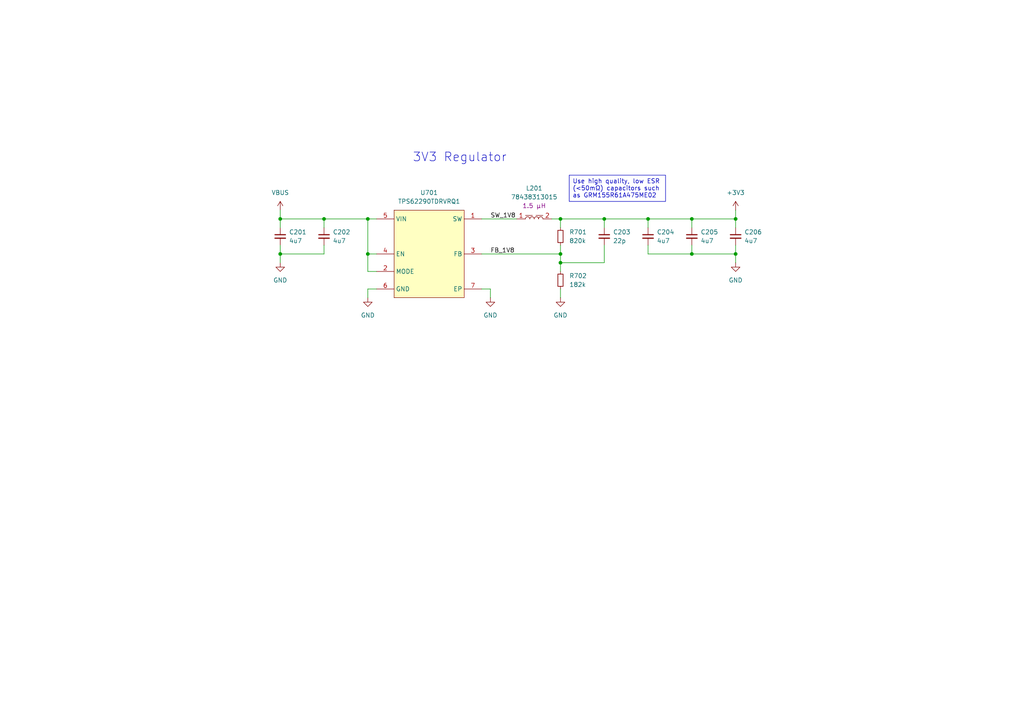
<source format=kicad_sch>
(kicad_sch (version 20250114) (generator "eeschema") (generator_version "9.0")
  (paper "A4")
  (lib_symbols
    (symbol "DEV:C_SMALL" (pin_numbers (hide yes)) (pin_names (offset 0.254) (hide yes))
      (property "Reference" "C" (at 0.254 1.778 0))
      (property "Value" "SMALL" (at 0.254 -2.032 0))
      (symbol "C_SMALL_0_1"
        (polyline (pts (xy -1.524 0.508) (xy 1.524 0.508)) (stroke (width 0.3048)))
        (polyline (pts (xy -1.524 -0.508) (xy 1.524 -0.508)) (stroke (width 0.3302)))
      )
      (symbol "C_SMALL_1_1"
        (pin passive line (at 0 2.54 270) (length 2.032) (name "~") (number "1"))
        (pin passive line (at 0 -2.54 90) (length 2.032) (name "~") (number "2"))
      )
    )
    (symbol "DEV:R_SMALL" (pin_numbers (hide yes)) (pin_names (offset 0.254) (hide yes))
      (property "Reference" "R" (at 0 0 90))
      (property "Value" "R_SMALL" (at 1.778 0 90))
      (symbol "R_SMALL_0_1"
        (rectangle (start -0.762 1.778) (end 0.762 -1.778) (stroke (width 0.2032)))
      )
      (symbol "R_SMALL_1_1"
        (pin passive line (at 0 2.54 270) (length 0.762) (name "~") (number "1"))
        (pin passive line (at 0 -2.54 90) (length 0.762) (name "~") (number "2"))
      )
    )
    (symbol "PWR-IND:1610_78438313015" (pin_names (hide yes))
      (property "Reference" "L" (at 0 8.89 0))
      (property "Value" "78438313015" (at 0 6.35 0))
      (property "Critical Parameter" "1.5 µH" (at 0 3.81 0))
      (symbol "1610_78438313015_0_1"
        (polyline (pts (xy -2.54 1.016) (xy -0.508 1.016)))
        (arc (start -2.54 0) (mid -1.905 0.6323) (end -1.27 0))
        (arc (start -1.27 0) (mid -0.635 0.6323) (end 0 0))
        (arc (start 0 0) (mid 0.635 0.6323) (end 1.27 0))
        (arc (start 1.27 0) (mid 1.905 0.6323) (end 2.54 0))
      )
      (symbol "1610_78438313015_1_1"
        (polyline (pts (xy 2.54 1.016) (xy 0.508 1.016)))
        (pin power_in line (at -5.08 0 0) (length 2.54) (name "1") (number "1"))
        (pin power_out line (at 5.08 0 180) (length 2.54) (name "2") (number "2"))
      )
    )
    (symbol "PWR-SMPS:TPS62290TDRVRQ1"
      (property "Reference" "U" (at 0 5.08 0))
      (property "Value" "TPS62290TDRVRQ1" (at 0 2.54 0))
      (symbol "TPS62290TDRVRQ1_1_1"
        (rectangle (start -10.16 0) (end 10.16 -25.4) (fill (type background)))
        (pin power_in line (at -15.24 -2.54 0) (length 5.08) (name "VIN") (number "5"))
        (pin input line (at -15.24 -12.7 0) (length 5.08) (name "EN") (number "4"))
        (pin input line (at -15.24 -17.78 0) (length 5.08) (name "MODE") (number "2"))
        (pin power_in line (at -15.24 -22.86 0) (length 5.08) (name "GND") (number "6"))
        (pin power_out line (at 15.24 -2.54 180) (length 5.08) (name "SW") (number "1"))
        (pin input line (at 15.24 -12.7 180) (length 5.08) (name "FB") (number "3"))
        (pin power_in line (at 15.24 -22.86 180) (length 5.08) (name "EP") (number "7"))
      )
    )
    (symbol "power:+3V3" (power) (pin_numbers (hide yes)) (pin_names (offset 0) (hide yes))
      (property "Value" "+3V3" (at 0 3.556 0))
      (symbol "+3V3_0_1"
        (polyline (pts (xy -0.762 1.27) (xy 0 2.54)))
        (polyline (pts (xy 0 2.54) (xy 0.762 1.27)))
        (polyline (pts (xy 0 0) (xy 0 2.54)))
      )
      (symbol "+3V3_1_1"
        (pin power_in line (at 0 0 90) (length 0) (name "~") (number "1"))
      )
    )
    (symbol "power:GND" (power) (pin_numbers (hide yes)) (pin_names (offset 0) (hide yes))
      (property "Value" "GND" (at 0 -3.81 0))
      (symbol "GND_0_1"
        (polyline (pts (xy 0 0) (xy 0 -1.27) (xy 1.27 -1.27) (xy 0 -2.54) (xy -1.27 -1.27) (xy 0 -1.27)))
      )
      (symbol "GND_1_1"
        (pin power_in line (at 0 0 270) (length 0) (name "~") (number "1"))
      )
    )
    (symbol "power:VBUS" (power) (pin_numbers (hide yes)) (pin_names (offset 0) (hide yes))
      (property "Value" "VBUS" (at 0 3.556 0))
      (symbol "VBUS_0_1"
        (polyline (pts (xy -0.762 1.27) (xy 0 2.54)))
        (polyline (pts (xy 0 2.54) (xy 0.762 1.27)))
        (polyline (pts (xy 0 0) (xy 0 2.54)))
      )
      (symbol "VBUS_1_1"
        (pin power_in line (at 0 0 90) (length 0) (name "~") (number "1"))
      )
    )
  )
  (text "3V3 Regulator" (at 133.35 45.72 0) (effects (font (size 2.54 2.54))))
  (text_box "Use high quality, low ESR (<50mΩ) capacitors such as GRM155R61A475ME02" (at 165.1 50.8 0) (size 27.94 7.62) (margins 0.9525 0.9525 0.9525 0.9525) (effects (font (size 1.27 1.27)) (justify left top)))
  (junction (at 93.98 63.5))
  (junction (at 187.96 63.5))
  (junction (at 162.56 63.5))
  (junction (at 162.56 73.66))
  (junction (at 162.56 76.2))
  (junction (at 106.68 63.5))
  (junction (at 81.28 63.5))
  (junction (at 106.68 73.66))
  (junction (at 175.26 63.5))
  (junction (at 200.66 63.5))
  (junction (at 200.66 73.66))
  (junction (at 213.36 73.66))
  (junction (at 213.36 63.5))
  (junction (at 81.28 73.66))
  (wire (pts (xy 213.36 63.5) (xy 213.36 66.04)))
  (wire (pts (xy 139.7 73.66) (xy 162.56 73.66)))
  (wire (pts (xy 213.36 60.96) (xy 213.36 63.5)))
  (wire (pts (xy 175.26 63.5) (xy 187.96 63.5)))
  (wire (pts (xy 200.66 63.5) (xy 213.36 63.5)))
  (wire (pts (xy 109.22 78.74) (xy 106.68 78.74)))
  (wire (pts (xy 142.24 83.82) (xy 139.7 83.82)))
  (wire (pts (xy 81.28 60.96) (xy 81.28 63.5)))
  (wire (pts (xy 81.28 71.12) (xy 81.28 73.66)))
  (wire (pts (xy 213.36 73.66) (xy 200.66 73.66)))
  (wire (pts (xy 200.66 63.5) (xy 200.66 66.04)))
  (wire (pts (xy 93.98 71.12) (xy 93.98 73.66)))
  (wire (pts (xy 106.68 78.74) (xy 106.68 73.66)))
  (wire (pts (xy 175.26 71.12) (xy 175.26 76.2)))
  (wire (pts (xy 106.68 83.82) (xy 106.68 86.36)))
  (wire (pts (xy 162.56 76.2) (xy 162.56 78.74)))
  (wire (pts (xy 213.36 71.12) (xy 213.36 73.66)))
  (wire (pts (xy 162.56 63.5) (xy 162.56 66.04)))
  (wire (pts (xy 81.28 73.66) (xy 93.98 73.66)))
  (wire (pts (xy 162.56 83.82) (xy 162.56 86.36)))
  (wire (pts (xy 162.56 63.5) (xy 175.26 63.5)))
  (wire (pts (xy 93.98 63.5) (xy 93.98 66.04)))
  (wire (pts (xy 213.36 76.2) (xy 213.36 73.66)))
  (wire (pts (xy 106.68 63.5) (xy 109.22 63.5)))
  (wire (pts (xy 81.28 63.5) (xy 93.98 63.5)))
  (wire (pts (xy 200.66 71.12) (xy 200.66 73.66)))
  (wire (pts (xy 175.26 76.2) (xy 162.56 76.2)))
  (wire (pts (xy 187.96 73.66) (xy 200.66 73.66)))
  (wire (pts (xy 106.68 73.66) (xy 109.22 73.66)))
  (wire (pts (xy 187.96 63.5) (xy 187.96 66.04)))
  (wire (pts (xy 106.68 73.66) (xy 106.68 63.5)))
  (wire (pts (xy 187.96 71.12) (xy 187.96 73.66)))
  (wire (pts (xy 175.26 63.5) (xy 175.26 66.04)))
  (wire (pts (xy 160.02 63.5) (xy 162.56 63.5)))
  (wire (pts (xy 187.96 63.5) (xy 200.66 63.5)))
  (wire (pts (xy 162.56 73.66) (xy 162.56 76.2)))
  (wire (pts (xy 81.28 76.2) (xy 81.28 73.66)))
  (wire (pts (xy 81.28 63.5) (xy 81.28 66.04)))
  (wire (pts (xy 93.98 63.5) (xy 106.68 63.5)))
  (wire (pts (xy 109.22 83.82) (xy 106.68 83.82)))
  (wire (pts (xy 139.7 63.5) (xy 149.86 63.5)))
  (wire (pts (xy 142.24 86.36) (xy 142.24 83.82)))
  (wire (pts (xy 162.56 71.12) (xy 162.56 73.66)))
  (label "FB_1V8" (at 142.24 73.66 0))
  (label "SW_1V8" (at 142.24 63.5 0))
  (symbol (lib_id "DEV:C_SMALL") (at 200.66 68.58 0) (unit 1)
    (property "Reference" "C205" (at 203.2 67.3162 0) (effects (justify left)))
    (property "Value" "4u7" (at 203.2 69.8562 0) (effects (justify left)))
    (property "Footprint" "project_footprints:C_0402" (effects (hide yes)))
    (property "Description" "Unpolarized capacitor, small symbol" (effects (hide yes)))
  )
  (symbol (lib_id "PWR-IND:1610_78438313015") (at 154.94 63.5 0) (unit 1)
    (property "Reference" "L201" (at 154.94 54.61 0))
    (property "Value" "78438313015" (at 154.94 57.15 0))
    (property "Footprint" "project_footprints:L_Wurth_WE-MAIA-1610" (effects (hide yes)))
    (property "Datasheet" "https://www.we-online.com/catalog/datasheet/78438313015.pdf?ki" (effects (hide yes)))
    (property "Description" "Single Coil Power Inductor" (effects (hide yes)))
    (property "Manufacturer" "Wurth Elektronik" (effects (hide yes)))
    (property "Manufacturer URL" "https://www.we-online.com" (effects (hide yes)))
    (property "Published Date" "20250429" (effects (hide yes)))
    (property "Match Code" "WE-MAIA" (effects (hide yes)))
    (property "Part Number" "78438313015" (effects (hide yes)))
    (property "Size" "1610" (effects (hide yes)))
    (property "Mounting Technology" "SMT" (effects (hide yes)))
    (property "L (µH)" "1.5" (effects (hide yes)))
    (property "ISAT,10% (A)" "1.8" (effects (hide yes)))
    (property "ISAT,30% (A)" "3.45" (effects (hide yes)))
    (property "RDC max. (mΩ)" "237.0" (effects (hide yes)))
    (property "fres (MHz)" "90.0" (effects (hide yes)))
    (property "IRP,40K (A)" "1.8" (effects (hide yes)))
    (property "Critical Parameter" "1.5 µH" (at 154.94 59.69 0))
  )
  (symbol (lib_id "DEV:C_SMALL") (at 93.98 68.58 0) (unit 1)
    (property "Reference" "C202" (at 96.52 67.3162 0) (effects (justify left)))
    (property "Value" "4u7" (at 96.52 69.8562 0) (effects (justify left)))
    (property "Footprint" "project_footprints:C_0402" (effects (hide yes)))
    (property "Description" "Unpolarized capacitor, small symbol" (effects (hide yes)))
  )
  (symbol (lib_id "power:GND") (at 106.68 86.36 0) (unit 1)
    (property "Reference" "#PWR0703" (effects (hide yes)))
    (property "Value" "GND" (at 106.68 91.44 0))
    (property "Description" "Power symbol creates a global label with name \"GND\" , ground" (effects (hide yes)))
  )
  (symbol (lib_id "DEV:C_SMALL") (at 187.96 68.58 0) (unit 1)
    (property "Reference" "C204" (at 190.5 67.3162 0) (effects (justify left)))
    (property "Value" "4u7" (at 190.5 69.8562 0) (effects (justify left)))
    (property "Footprint" "project_footprints:C_0402" (effects (hide yes)))
    (property "Description" "Unpolarized capacitor, small symbol" (effects (hide yes)))
  )
  (symbol (lib_id "DEV:R_SMALL") (at 162.56 68.58 0) (unit 1)
    (property "Reference" "R701" (at 165.1 67.3099 0) (effects (justify left)))
    (property "Value" "820k" (at 165.1 69.8499 0) (effects (justify left)))
    (property "Footprint" "project_footprints:R_0402" (effects (hide yes)))
    (property "Description" "Resistor, small symbol" (effects (hide yes)))
  )
  (symbol (lib_id "DEV:C_SMALL") (at 81.28 68.58 0) (unit 1)
    (property "Reference" "C201" (at 83.82 67.3162 0) (effects (justify left)))
    (property "Value" "4u7" (at 83.82 69.8562 0) (effects (justify left)))
    (property "Footprint" "project_footprints:C_0402" (effects (hide yes)))
    (property "Description" "Unpolarized capacitor, small symbol" (effects (hide yes)))
  )
  (symbol (lib_id "power:GND") (at 142.24 86.36 0) (unit 1)
    (property "Reference" "#PWR0704" (effects (hide yes)))
    (property "Value" "GND" (at 142.24 91.44 0))
    (property "Description" "Power symbol creates a global label with name \"GND\" , ground" (effects (hide yes)))
  )
  (symbol (lib_id "power:GND") (at 213.36 76.2 0) (unit 1)
    (property "Reference" "#PWR0707" (effects (hide yes)))
    (property "Value" "GND" (at 213.36 81.28 0))
    (property "Description" "Power symbol creates a global label with name \"GND\" , ground" (effects (hide yes)))
  )
  (symbol (lib_id "PWR-SMPS:TPS62290TDRVRQ1") (at 124.46 60.96 0) (unit 1)
    (property "Reference" "U701" (at 124.46 55.88 0))
    (property "Value" "TPS62290TDRVRQ1" (at 124.46 58.42 0))
    (property "Footprint" "project_footprints:SON65P200X200X80-7N" (effects (hide yes)))
    (property "Datasheet" "http://www.ti.com/lit/gpn/tps62290-q1" (effects (hide yes)))
    (property "Description" "Automotive 2.3V to 6V, 2.25MHz Fixed Frequency 1A Buck Converter in 2x2mm SON/TSOT23 Package" (effects (hide yes)))
    (property "Height" "0.8" (effects (hide yes)))
    (property "Mouser Part Number" "595-TPS62290TDRVRQ1" (effects (hide yes)))
    (property "Mouser Price/Stock" "https://www.mouser.co.uk/ProductDetail/Texas-Instruments/TPS62290TDRVRQ1?qs=NiBvnJE4bX0YWtuMnJowVQ%3D%3D" (effects (hide yes)))
    (property "Manufacturer_Name" "Texas Instruments" (effects (hide yes)))
    (property "Manufacturer_Part_Number" "TPS62290TDRVRQ1" (effects (hide yes)))
  )
  (symbol (lib_id "DEV:R_SMALL") (at 162.56 81.28 0) (unit 1)
    (property "Reference" "R702" (at 165.1 80.0099 0) (effects (justify left)))
    (property "Value" "182k" (at 165.1 82.5499 0) (effects (justify left)))
    (property "Footprint" "project_footprints:R_0402" (effects (hide yes)))
    (property "Description" "Resistor, small symbol" (effects (hide yes)))
  )
  (symbol (lib_id "power:+3V3") (at 213.36 60.96 0) (unit 1)
    (property "Reference" "#PWR0701" (effects (hide yes)))
    (property "Value" "+3V3" (at 213.36 55.88 0))
    (property "Description" "Power symbol creates a global label with name \"+3V3\"" (effects (hide yes)))
  )
  (symbol (lib_id "DEV:C_SMALL") (at 213.36 68.58 0) (unit 1)
    (property "Reference" "C206" (at 215.9 67.3162 0) (effects (justify left)))
    (property "Value" "4u7" (at 215.9 69.8562 0) (effects (justify left)))
    (property "Footprint" "project_footprints:C_0402" (effects (hide yes)))
    (property "Description" "Unpolarized capacitor, small symbol" (effects (hide yes)))
  )
  (symbol (lib_id "power:GND") (at 162.56 86.36 0) (unit 1)
    (property "Reference" "#PWR0705" (effects (hide yes)))
    (property "Value" "GND" (at 162.56 91.44 0))
    (property "Description" "Power symbol creates a global label with name \"GND\" , ground" (effects (hide yes)))
  )
  (symbol (lib_id "power:GND") (at 81.28 76.2 0) (mirror y) (unit 1)
    (property "Reference" "#PWR0702" (effects (hide yes)))
    (property "Value" "GND" (at 81.28 81.28 0))
    (property "Description" "Power symbol creates a global label with name \"GND\" , ground" (effects (hide yes)))
  )
  (symbol (lib_id "power:VBUS") (at 81.28 60.96 0) (unit 1)
    (property "Reference" "#PWR0706" (effects (hide yes)))
    (property "Value" "VBUS" (at 81.28 55.88 0))
    (property "Description" "Power symbol creates a global label with name \"VBUS\"" (effects (hide yes)))
  )
  (symbol (lib_id "DEV:C_SMALL") (at 175.26 68.58 0) (unit 1)
    (property "Reference" "C203" (at 177.8 67.3162 0) (effects (justify left)))
    (property "Value" "22p" (at 177.8 69.8562 0) (effects (justify left)))
    (property "Footprint" "project_footprints:C_0402" (effects (hide yes)))
    (property "Description" "Unpolarized capacitor, small symbol" (effects (hide yes)))
  )
)
</source>
